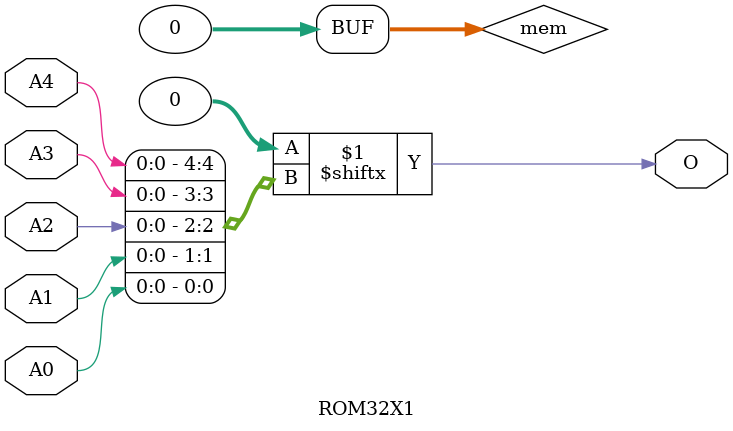
<source format=v>

`timescale  100 ps / 10 ps


module ROM32X1 (O, A0, A1, A2, A3, A4);

    parameter INIT = 32'h00000000;

    output O;

    input  A0, A1, A2, A3, A4;

    reg [31:0] mem;

    initial 
            mem = INIT;

    assign O = mem[{A4, A3, A2, A1, A0}];


endmodule


</source>
